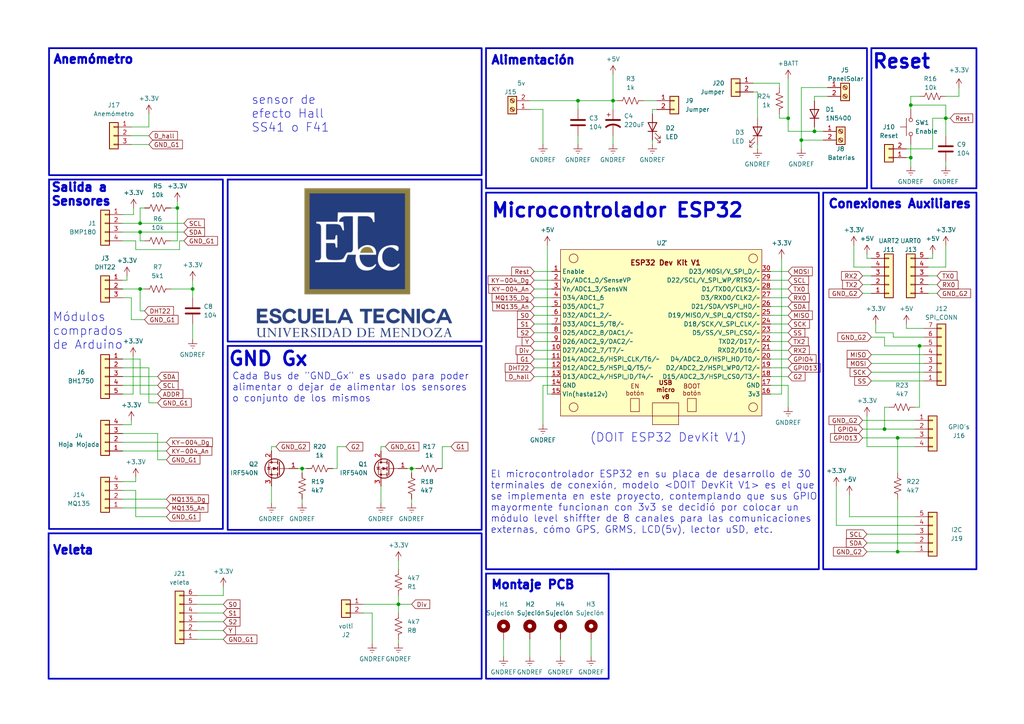
<source format=kicad_sch>
(kicad_sch (version 20231120) (generator "eeschema") (generator_version "8.0")
  (paper "A4")
  (title_block (title "Main Board EME (Estación Meteorológica Estática)") (date "2024-06-17") (rev "2.0") (company "ETec UM (Escuela Técnica de la Universidad de Mendoza).") (comment 1 "Agregado del manejo independiente de alimentaciones, según bloques de sensores.") (comment 2 "Codificador 74HC251 (no el LS ya que ese es TTL) para veleta y ahorrar pines.") (comment 3 "DOIT ESP32 DevKit V1, con regulador AMS1117 3.3 hasta 1A.") (comment 4 "Asegurar huella necesaria para el potenciometro del coomparador para el sensor SS41."))
  (junction (at 228.6 34.29))
  (junction (at 232.41 40.64))
  (junction (at 264.16 30.48))
  (junction (at 264.16 45.72))
  (junction (at 55.88 83.82))
  (junction (at 256.54 124.46))
  (junction (at 87.63 135.89))
  (junction (at 115.57 175.26))
  (junction (at 266.7 100.33))
  (junction (at 119.38 135.89))
  (junction (at 167.64 29.21))
  (junction (at 40.64 83.82))
  (junction (at 177.8 29.21))
  (junction (at 236.22 38.1))
  (junction (at 51.435 60.325))
  (junction (at 40.64 64.77))
  (junction (at 260.35 127))
  (junction (at 40.64 67.31))
  (junction (at 260.35 160.02))
  (junction (at 274.32 34.29))
  (wire (pts (xy 43.18 33.02) (xy 43.18 36.83)))
  (wire (pts (xy 35.56 111.76) (xy 45.72 111.76)))
  (wire (pts (xy 251.46 129.54) (xy 265.43 129.54)))
  (wire (pts (xy 57.15 182.88) (xy 64.77 182.88)))
  (wire (pts (xy 36.83 81.28) (xy 35.56 81.28)))
  (wire (pts (xy 260.35 160.02) (xy 265.43 160.02)))
  (wire (pts (xy 43.18 116.84) (xy 45.72 116.84)))
  (wire (pts (xy 115.57 175.26) (xy 115.57 177.8)))
  (wire (pts (xy 52.07 72.39) (xy 52.07 69.85)))
  (wire (pts (xy 51.435 69.85) (xy 51.435 60.325)))
  (wire (pts (xy 57.15 185.42) (xy 64.77 185.42)))
  (wire (pts (xy 41.91 60.325) (xy 40.64 60.325)))
  (wire (pts (xy 252.73 110.49) (xy 267.97 110.49)))
  (wire (pts (xy 242.57 140.97) (xy 242.57 152.4)))
  (wire (pts (xy 40.64 64.77) (xy 53.34 64.77)))
  (wire (pts (xy 236.22 29.21) (xy 236.22 27.94)))
  (wire (pts (xy 274.32 46.99) (xy 274.32 48.26)))
  (wire (pts (xy 232.41 40.64) (xy 232.41 43.18)))
  (wire (pts (xy 160.02 99.06) (xy 154.94 99.06)))
  (wire (pts (xy 40.64 104.14) (xy 40.64 114.3)))
  (wire (pts (xy 177.8 39.37) (xy 177.8 41.91)))
  (wire (pts (xy 105.41 175.26) (xy 115.57 175.26)))
  (wire (pts (xy 246.38 143.51) (xy 246.38 149.86)))
  (wire (pts (xy 223.52 81.28) (xy 228.6 81.28)))
  (wire (pts (xy 55.88 83.82) (xy 55.88 86.36)))
  (wire (pts (xy 226.06 24.13) (xy 226.06 25.4)))
  (wire (pts (xy 35.56 69.85) (xy 39.37 69.85)))
  (wire (pts (xy 250.19 124.46) (xy 256.54 124.46)))
  (wire (pts (xy 264.16 30.48) (xy 274.32 30.48)))
  (wire (pts (xy 115.57 185.42) (xy 115.57 186.69)))
  (wire (pts (xy 41.91 69.85) (xy 40.64 69.85)))
  (wire (pts (xy 128.27 129.54) (xy 130.81 129.54)))
  (wire (pts (xy 232.41 25.4) (xy 240.03 25.4)))
  (wire (pts (xy 262.89 95.25) (xy 267.97 95.25)))
  (wire (pts (xy 228.6 22.86) (xy 228.6 34.29)))
  (wire (pts (xy 128.27 129.54) (xy 128.27 135.89)))
  (wire (pts (xy 223.52 101.6) (xy 228.6 101.6)))
  (wire (pts (xy 35.56 125.73) (xy 45.72 125.73)))
  (wire (pts (xy 154.94 101.6) (xy 160.02 101.6)))
  (wire (pts (xy 154.94 106.68) (xy 160.02 106.68)))
  (wire (pts (xy 259.08 96.52) (xy 259.08 97.79)))
  (wire (pts (xy 157.48 111.76) (xy 157.48 123.19)))
  (wire (pts (xy 177.8 31.75) (xy 177.8 29.21)))
  (wire (pts (xy 57.15 177.8) (xy 64.77 177.8)))
  (wire (pts (xy 223.52 93.98) (xy 228.6 93.98)))
  (wire (pts (xy 274.32 27.94) (xy 278.13 27.94)))
  (wire (pts (xy 40.64 60.325) (xy 40.64 64.77)))
  (wire (pts (xy 119.38 135.89) (xy 120.65 135.89)))
  (wire (pts (xy 250.19 121.92) (xy 265.43 121.92)))
  (wire (pts (xy 177.8 29.21) (xy 179.07 29.21)))
  (wire (pts (xy 115.57 175.26) (xy 119.38 175.26)))
  (wire (pts (xy 223.52 88.9) (xy 228.6 88.9)))
  (wire (pts (xy 154.94 81.28) (xy 160.02 81.28)))
  (wire (pts (xy 39.37 149.86) (xy 39.37 142.24)))
  (wire (pts (xy 111.76 129.54) (xy 110.49 129.54)))
  (wire (pts (xy 228.6 38.1) (xy 236.22 38.1)))
  (wire (pts (xy 57.15 172.72) (xy 64.77 172.72)))
  (wire (pts (xy 190.5 31.75) (xy 189.23 31.75)))
  (wire (pts (xy 223.52 78.74) (xy 228.6 78.74)))
  (wire (pts (xy 39.37 72.39) (xy 52.07 72.39)))
  (wire (pts (xy 35.56 123.19) (xy 38.1 123.19)))
  (wire (pts (xy 153.67 185.42) (xy 153.67 190.5)))
  (wire (pts (xy 38.1 41.91) (xy 43.18 41.91)))
  (wire (pts (xy 186.69 29.21) (xy 190.5 29.21)))
  (wire (pts (xy 157.48 31.75) (xy 157.48 41.91)))
  (wire (pts (xy 223.52 109.22) (xy 228.6 109.22)))
  (wire (pts (xy 232.41 40.64) (xy 238.76 40.64)))
  (wire (pts (xy 252.73 102.87) (xy 267.97 102.87)))
  (wire (pts (xy 223.52 106.68) (xy 228.6 106.68)))
  (wire (pts (xy 119.38 135.89) (xy 119.38 137.16)))
  (wire (pts (xy 64.77 170.18) (xy 64.77 172.72)))
  (wire (pts (xy 160.02 91.44) (xy 154.94 91.44)))
  (wire (pts (xy 118.11 135.89) (xy 119.38 135.89)))
  (wire (pts (xy 171.45 185.42) (xy 171.45 190.5)))
  (wire (pts (xy 232.41 25.4) (xy 232.41 40.64)))
  (wire (pts (xy 262.89 93.98) (xy 262.89 95.25)))
  (wire (pts (xy 157.48 111.76) (xy 160.02 111.76)))
  (wire (pts (xy 35.56 64.77) (xy 40.64 64.77)))
  (wire (pts (xy 251.46 154.94) (xy 265.43 154.94)))
  (wire (pts (xy 87.63 135.89) (xy 87.63 137.16)))
  (wire (pts (xy 189.23 40.64) (xy 189.23 41.91)))
  (wire (pts (xy 219.71 41.91) (xy 219.71 43.18)))
  (wire (pts (xy 228.6 111.76) (xy 228.6 118.11)))
  (wire (pts (xy 264.16 27.94) (xy 264.16 30.48)))
  (wire (pts (xy 167.64 39.37) (xy 167.64 41.91)))
  (wire (pts (xy 160.02 96.52) (xy 154.94 96.52)))
  (wire (pts (xy 264.16 45.72) (xy 262.89 45.72)))
  (wire (pts (xy 226.695 114.3) (xy 223.52 114.3)))
  (wire (pts (xy 271.78 85.09) (xy 269.24 85.09)))
  (wire (pts (xy 41.91 83.82) (xy 40.64 83.82)))
  (wire (pts (xy 274.32 77.47) (xy 269.24 77.47)))
  (wire (pts (xy 35.56 106.68) (xy 43.18 106.68)))
  (wire (pts (xy 35.56 128.27) (xy 48.26 128.27)))
  (wire (pts (xy 43.18 36.83) (xy 38.1 36.83)))
  (wire (pts (xy 265.43 118.11) (xy 266.7 118.11)))
  (wire (pts (xy 177.8 29.21) (xy 167.64 29.21)))
  (wire (pts (xy 40.64 67.31) (xy 53.34 67.31)))
  (wire (pts (xy 223.52 96.52) (xy 228.6 96.52)))
  (wire (pts (xy 278.13 25.4) (xy 278.13 27.94)))
  (wire (pts (xy 52.07 69.85) (xy 53.34 69.85)))
  (wire (pts (xy 40.64 69.85) (xy 40.64 67.31)))
  (wire (pts (xy 246.38 149.86) (xy 265.43 149.86)))
  (wire (pts (xy 35.56 109.22) (xy 45.72 109.22)))
  (wire (pts (xy 57.15 175.26) (xy 64.77 175.26)))
  (wire (pts (xy 223.52 91.44) (xy 228.6 91.44)))
  (wire (pts (xy 78.74 129.54) (xy 78.74 130.81)))
  (wire (pts (xy 49.53 83.82) (xy 55.88 83.82)))
  (wire (pts (xy 228.6 38.1) (xy 228.6 34.29)))
  (wire (pts (xy 266.7 100.33) (xy 266.7 118.11)))
  (wire (pts (xy 43.18 106.68) (xy 43.18 116.84)))
  (wire (pts (xy 57.15 180.34) (xy 64.77 180.34)))
  (wire (pts (xy 250.19 85.09) (xy 252.73 85.09)))
  (wire (pts (xy 35.56 83.82) (xy 40.64 83.82)))
  (wire (pts (xy 154.94 88.9) (xy 160.02 88.9)))
  (wire (pts (xy 40.64 90.17) (xy 41.91 90.17)))
  (wire (pts (xy 251.46 73.66) (xy 251.46 74.93)))
  (wire (pts (xy 40.64 83.82) (xy 40.64 90.17)))
  (wire (pts (xy 45.72 125.73) (xy 45.72 133.35)))
  (wire (pts (xy 154.94 104.14) (xy 160.02 104.14)))
  (wire (pts (xy 38.735 60.325) (xy 38.735 62.23)))
  (wire (pts (xy 45.72 133.35) (xy 48.26 133.35)))
  (wire (pts (xy 223.52 83.82) (xy 228.6 83.82)))
  (wire (pts (xy 154.94 78.74) (xy 160.02 78.74)))
  (wire (pts (xy 260.35 144.78) (xy 260.35 160.02)))
  (wire (pts (xy 35.56 86.36) (xy 38.1 86.36)))
  (wire (pts (xy 97.79 135.89) (xy 96.52 135.89)))
  (wire (pts (xy 270.51 43.18) (xy 270.51 34.29)))
  (wire (pts (xy 247.65 77.47) (xy 252.73 77.47)))
  (wire (pts (xy 38.1 121.92) (xy 38.1 123.19)))
  (wire (pts (xy 274.32 30.48) (xy 274.32 34.29)))
  (wire (pts (xy 256.54 124.46) (xy 265.43 124.46)))
  (wire (pts (xy 35.56 67.31) (xy 40.64 67.31)))
  (wire (pts (xy 250.19 82.55) (xy 252.73 82.55)))
  (wire (pts (xy 260.35 127) (xy 260.35 137.16)))
  (wire (pts (xy 39.37 138.43) (xy 39.37 139.7)))
  (wire (pts (xy 274.32 71.12) (xy 274.32 77.47)))
  (wire (pts (xy 35.56 104.14) (xy 40.64 104.14)))
  (wire (pts (xy 264.16 31.75) (xy 264.16 30.48)))
  (wire (pts (xy 41.91 92.71) (xy 38.1 92.71)))
  (wire (pts (xy 154.94 83.82) (xy 160.02 83.82)))
  (wire (pts (xy 110.49 140.97) (xy 110.49 146.05)))
  (wire (pts (xy 97.79 129.54) (xy 97.79 135.89)))
  (wire (pts (xy 189.23 31.75) (xy 189.23 33.02)))
  (wire (pts (xy 262.89 43.18) (xy 270.51 43.18)))
  (wire (pts (xy 49.53 69.85) (xy 51.435 69.85)))
  (wire (pts (xy 270.51 34.29) (xy 274.32 34.29)))
  (wire (pts (xy 39.37 142.24) (xy 35.56 142.24)))
  (wire (pts (xy 36.83 80.01) (xy 36.83 81.28)))
  (wire (pts (xy 223.52 86.36) (xy 228.6 86.36)))
  (wire (pts (xy 35.56 144.78) (xy 48.26 144.78)))
  (wire (pts (xy 38.1 86.36) (xy 38.1 92.71)))
  (wire (pts (xy 38.608 103.378) (xy 38.608 114.3)))
  (wire (pts (xy 236.22 36.83) (xy 236.22 38.1)))
  (wire (pts (xy 219.71 26.67) (xy 219.71 34.29)))
  (wire (pts (xy 154.94 86.36) (xy 160.02 86.36)))
  (wire (pts (xy 223.52 99.06) (xy 228.6 99.06)))
  (wire (pts (xy 86.36 135.89) (xy 87.63 135.89)))
  (wire (pts (xy 107.95 177.8) (xy 107.95 186.69)))
  (wire (pts (xy 162.56 185.42) (xy 162.56 190.5)))
  (wire (pts (xy 228.6 111.76) (xy 223.52 111.76)))
  (wire (pts (xy 256.54 100.33) (xy 266.7 100.33)))
  (wire (pts (xy 251.46 157.48) (xy 265.43 157.48)))
  (wire (pts (xy 252.73 97.79) (xy 256.54 97.79)))
  (wire (pts (xy 218.44 24.13) (xy 226.06 24.13)))
  (wire (pts (xy 250.19 127) (xy 260.35 127)))
  (wire (pts (xy 167.64 29.21) (xy 167.64 31.75)))
  (wire (pts (xy 226.06 34.29) (xy 228.6 34.29)))
  (wire (pts (xy 271.78 80.01) (xy 269.24 80.01)))
  (wire (pts (xy 160.02 93.98) (xy 154.94 93.98)))
  (wire (pts (xy 270.51 73.66) (xy 270.51 74.93)))
  (wire (pts (xy 158.75 114.3) (xy 160.02 114.3)))
  (wire (pts (xy 271.78 82.55) (xy 269.24 82.55)))
  (wire (pts (xy 226.06 33.02) (xy 226.06 34.29)))
  (wire (pts (xy 236.22 27.94) (xy 240.03 27.94)))
  (wire (pts (xy 153.67 29.21) (xy 167.64 29.21)))
  (wire (pts (xy 100.33 129.54) (xy 97.79 129.54)))
  (wire (pts (xy 35.56 114.3) (xy 38.608 114.3)))
  (wire (pts (xy 256.54 97.79) (xy 256.54 100.33)))
  (wire (pts (xy 226.695 74.93) (xy 226.695 114.3)))
  (wire (pts (xy 35.56 130.81) (xy 48.26 130.81)))
  (wire (pts (xy 264.16 41.91) (xy 264.16 45.72)))
  (wire (pts (xy 266.7 100.33) (xy 267.97 100.33)))
  (wire (pts (xy 39.37 69.85) (xy 39.37 72.39)))
  (wire (pts (xy 105.41 177.8) (xy 107.95 177.8)))
  (wire (pts (xy 78.74 140.97) (xy 78.74 146.05)))
  (wire (pts (xy 38.735 62.23) (xy 35.56 62.23)))
  (wire (pts (xy 115.57 162.56) (xy 115.57 165.1)))
  (wire (pts (xy 55.88 93.98) (xy 55.88 98.425)))
  (wire (pts (xy 260.35 127) (xy 265.43 127)))
  (wire (pts (xy 257.81 118.11) (xy 256.54 118.11)))
  (wire (pts (xy 254 96.52) (xy 259.08 96.52)))
  (wire (pts (xy 264.16 45.72) (xy 264.16 48.26)))
  (wire (pts (xy 110.49 129.54) (xy 110.49 130.81)))
  (wire (pts (xy 236.22 38.1) (xy 238.76 38.1)))
  (wire (pts (xy 48.26 149.86) (xy 39.37 149.86)))
  (wire (pts (xy 242.57 152.4) (xy 265.43 152.4)))
  (wire (pts (xy 80.01 129.54) (xy 78.74 129.54)))
  (wire (pts (xy 247.65 71.12) (xy 247.65 77.47)))
  (wire (pts (xy 55.88 81.28) (xy 55.88 83.82)))
  (wire (pts (xy 251.46 120.65) (xy 251.46 129.54)))
  (wire (pts (xy 252.73 107.95) (xy 267.97 107.95)))
  (wire (pts (xy 259.08 97.79) (xy 267.97 97.79)))
  (wire (pts (xy 270.51 74.93) (xy 269.24 74.93)))
  (wire (pts (xy 35.56 147.32) (xy 48.26 147.32)))
  (wire (pts (xy 251.46 74.93) (xy 252.73 74.93)))
  (wire (pts (xy 252.73 105.41) (xy 267.97 105.41)))
  (wire (pts (xy 153.67 31.75) (xy 157.48 31.75)))
  (wire (pts (xy 146.05 185.42) (xy 146.05 190.5)))
  (wire (pts (xy 115.57 172.72) (xy 115.57 175.26)))
  (wire (pts (xy 223.52 104.14) (xy 228.6 104.14)))
  (wire (pts (xy 38.1 39.37) (xy 43.18 39.37)))
  (wire (pts (xy 218.44 26.67) (xy 219.71 26.67)))
  (wire (pts (xy 119.38 144.78) (xy 119.38 146.05)))
  (wire (pts (xy 39.37 139.7) (xy 35.56 139.7)))
  (wire (pts (xy 158.75 71.12) (xy 158.75 114.3)))
  (wire (pts (xy 177.8 21.59) (xy 177.8 29.21)))
  (wire (pts (xy 254 93.98) (xy 254 96.52)))
  (wire (pts (xy 274.32 34.29) (xy 275.59 34.29)))
  (wire (pts (xy 256.54 118.11) (xy 256.54 124.46)))
  (wire (pts (xy 266.7 27.94) (xy 264.16 27.94)))
  (wire (pts (xy 154.94 109.22) (xy 160.02 109.22)))
  (wire (pts (xy 87.63 135.89) (xy 88.9 135.89)))
  (wire (pts (xy 40.64 114.3) (xy 45.72 114.3)))
  (wire (pts (xy 49.53 60.325) (xy 51.435 60.325)))
  (wire (pts (xy 87.63 144.78) (xy 87.63 146.05)))
  (wire (pts (xy 250.19 80.01) (xy 252.73 80.01)))
  (wire (pts (xy 51.435 58.42) (xy 51.435 60.325)))
  (wire (pts (xy 251.46 160.02) (xy 260.35 160.02)))
  (wire (pts (xy 274.32 34.29) (xy 274.32 39.37)))
  (rectangle (start 66.04 100.33) (end 139.7 153.67) (stroke (width 0.5)))
  (rectangle (start 14.224 52.07) (end 64.643 153.416) (stroke (width 0.5)))
  (rectangle (start 14.224 13.97) (end 139.7 50.8) (stroke (width 0.5)))
  (rectangle (start 140.97 166.37) (end 176.53 196.85) (stroke (width 0.5)))
  (rectangle (start 238.76 55.88) (end 283.21 165.1) (stroke (width 0.5)))
  (rectangle (start 252.73 13.97) (end 283.21 54.61) (stroke (width 0.5)))
  (rectangle (start 140.97 13.97) (end 251.46 54.61) (stroke (width 0.5)))
  (rectangle (start 66.04 52.07) (end 139.7 99.06) (stroke (width 0.5)))
  (rectangle (start 140.97 55.88) (end 237.49 165.1) (stroke (width 0.5)))
  (rectangle (start 14.097 154.686) (end 139.7 196.85) (stroke (width 0.5)))
  (image (at 102.87 76.2) (scale 0.373706))
  (text "Salida a\nSensores\n\n" (at 14.732 64.008 0) (effects (font (size 2.5 2.5) (thickness 0.8) (bold yes)) (justify left bottom)))
  (text "GND Gx\n\n" (at 66.04 113.03 0) (effects (font (size 4 4) (thickness 0.8) (bold yes)) (justify left bottom)))
  (text "Anemómetro\n\n" (at 15.24 22.86 0) (effects (font (size 2.5 2.5) (thickness 0.8) (bold yes)) (justify left bottom)))
  (text "Cada Bus de \"GND_Gx\" es usado para poder \nalimentar o dejar de alimentar los sensores \no conjunto de los mismos\n" (at 67.31 116.84 0) (effects (font (size 2 2)) (justify left bottom)))
  (text "sensor de\nefecto Hall\nSS41 o F41\n" (at 72.898 38.608 0) (effects (font (size 2.5 2.5)) (justify left bottom)))
  (text "El microcontrolador ESP32 en su placa de desarrollo de 30\nterminales de conexión, modelo <DOIT DevKit V1> es el que\nse implementa en este proyecto, contemplando que sus GPIO\nmayormente funcionan con 3v3 se decidió por colocar un \nmódulo level shiffter de 8 canales para las comunicaciones\nexternas, cómo GPS, GRMS, LCD(5v), lector uSD, etc.\n" (at 142.24 154.94 0) (effects (font (size 2 2)) (justify left bottom)))
  (text "Microcontrolador ESP32\n" (at 142.24 63.5 0) (effects (font (size 4 4) (thickness 0.8) (bold yes)) (justify left bottom)))
  (text "Veleta\n" (at 15.113 161.163 0) (effects (font (size 2.5 2.5) (thickness 0.8) (bold yes)) (justify left bottom)))
  (text "Módulos\ncomprados\nde Arduino\n" (at 15.24 101.6 0) (effects (font (size 2.5 2.5)) (justify left bottom)))
  (text "Reset\n" (at 252.73 20.32 0) (effects (font (size 4 4) (thickness 0.8) (bold yes)) (justify left bottom)))
  (text "Alimentación" (at 142.24 19.05 0) (effects (font (size 2.5 2.5) (thickness 0.8) (bold yes)) (justify left bottom)))
  (text "Montaje PCB\n\n" (at 142.24 175.26 0) (effects (font (size 2.5 2.5) (thickness 0.8) (bold yes)) (justify left bottom)))
  (text "(DOIT ESP32 DevKit V1)" (at 171.069 128.524 0) (effects (font (size 2.5 2.5)) (justify left bottom)))
  (text "Conexiones Auxiliares\n\n" (at 240.03 64.77 0) (effects (font (size 2.5 2.5) (thickness 0.8) (bold yes)) (justify left bottom)))
  (global_label "SCL" (shape input) (at 45.72 111.76 0) (property "Intersheetrefs" "${INTERSHEET_REFS}" (effects (hide yes))))
  (global_label "GND_G1" (shape input) (at 45.72 116.84 0) (property "Intersheetrefs" "${INTERSHEET_REFS}" (effects (hide yes))))
  (global_label "SCL" (shape input) (at 53.34 64.77 0) (property "Intersheetrefs" "${INTERSHEET_REFS}" (effects (hide yes))))
  (global_label "MQ135_An" (shape input) (at 154.94 88.9 180) (property "Intersheetrefs" "${INTERSHEET_REFS}" (effects (hide yes))))
  (global_label "Rest" (shape input) (at 275.59 34.29 0) (property "Intersheetrefs" "${INTERSHEET_REFS}" (effects (hide yes))))
  (global_label "SDA" (shape input) (at 228.6 88.9 0) (property "Intersheetrefs" "${INTERSHEET_REFS}" (effects (hide yes))))
  (global_label "Y" (shape input) (at 64.77 182.88 0) (property "Intersheetrefs" "${INTERSHEET_REFS}" (effects (hide yes))))
  (global_label "GND_G1" (shape input) (at 43.18 41.91 0) (property "Intersheetrefs" "${INTERSHEET_REFS}" (effects (hide yes))))
  (global_label "S2" (shape input) (at 64.77 180.34 0) (property "Intersheetrefs" "${INTERSHEET_REFS}" (effects (hide yes))))
  (global_label "GND_G1" (shape input) (at 53.34 69.85 0) (property "Intersheetrefs" "${INTERSHEET_REFS}" (effects (hide yes))))
  (global_label "MISO" (shape input) (at 252.73 102.87 180) (property "Intersheetrefs" "${INTERSHEET_REFS}" (effects (hide yes))))
  (global_label "DHT22" (shape input) (at 41.91 90.17 0) (property "Intersheetrefs" "${INTERSHEET_REFS}" (effects (hide yes))))
  (global_label "SCK" (shape input) (at 252.73 107.95 180) (property "Intersheetrefs" "${INTERSHEET_REFS}" (effects (hide yes))))
  (global_label "MOSI" (shape input) (at 252.73 105.41 180) (property "Intersheetrefs" "${INTERSHEET_REFS}" (effects (hide yes))))
  (global_label "GND_G1" (shape input) (at 48.26 133.35 0) (property "Intersheetrefs" "${INTERSHEET_REFS}" (effects (hide yes))))
  (global_label "SCL" (shape input) (at 228.6 81.28 0) (property "Intersheetrefs" "${INTERSHEET_REFS}" (effects (hide yes))))
  (global_label "RX0" (shape input) (at 271.78 82.55 0) (property "Intersheetrefs" "${INTERSHEET_REFS}" (effects (hide yes))))
  (global_label "D_hall" (shape input) (at 43.18 39.37 0) (property "Intersheetrefs" "${INTERSHEET_REFS}" (effects (hide yes))))
  (global_label "GND_G1" (shape input) (at 41.91 92.71 0) (property "Intersheetrefs" "${INTERSHEET_REFS}" (effects (hide yes))))
  (global_label "SDA" (shape input) (at 45.72 109.22 0) (property "Intersheetrefs" "${INTERSHEET_REFS}" (effects (hide yes))))
  (global_label "G2" (shape input) (at 100.33 129.54 0) (property "Intersheetrefs" "${INTERSHEET_REFS}" (effects (hide yes))))
  (global_label "Y" (shape input) (at 154.94 99.06 180) (property "Intersheetrefs" "${INTERSHEET_REFS}" (effects (hide yes))))
  (global_label "MQ135_Dg" (shape input) (at 48.26 144.78 0) (property "Intersheetrefs" "${INTERSHEET_REFS}" (effects (hide yes))))
  (global_label "GND_G2" (shape input) (at 80.01 129.54 0) (property "Intersheetrefs" "${INTERSHEET_REFS}" (effects (hide yes))))
  (global_label "D_hall" (shape input) (at 154.94 109.22 180) (property "Intersheetrefs" "${INTERSHEET_REFS}" (effects (hide yes))))
  (global_label "G1" (shape input) (at 130.81 129.54 0) (property "Intersheetrefs" "${INTERSHEET_REFS}" (effects (hide yes))))
  (global_label "Div" (shape input) (at 154.94 101.6 180) (property "Intersheetrefs" "${INTERSHEET_REFS}" (effects (hide yes))))
  (global_label "GPIO13" (shape input) (at 228.6 106.68 0) (property "Intersheetrefs" "${INTERSHEET_REFS}" (effects (hide yes))))
  (global_label "GND_G2" (shape input) (at 251.46 160.02 180) (property "Intersheetrefs" "${INTERSHEET_REFS}" (effects (hide yes))))
  (global_label "S1" (shape input) (at 64.77 177.8 0) (property "Intersheetrefs" "${INTERSHEET_REFS}" (effects (hide yes))))
  (global_label "GND_G1" (shape input) (at 64.77 185.42 0) (property "Intersheetrefs" "${INTERSHEET_REFS}" (effects (hide yes))))
  (global_label "RX2" (shape input) (at 228.6 101.6 0) (property "Intersheetrefs" "${INTERSHEET_REFS}" (effects (hide yes))))
  (global_label "MOSI" (shape input) (at 228.6 78.74 0) (property "Intersheetrefs" "${INTERSHEET_REFS}" (effects (hide yes))))
  (global_label "SS" (shape input) (at 252.73 110.49 180) (property "Intersheetrefs" "${INTERSHEET_REFS}" (effects (hide yes))))
  (global_label "RX0" (shape input) (at 228.6 86.36 0) (property "Intersheetrefs" "${INTERSHEET_REFS}" (effects (hide yes))))
  (global_label "Rest" (shape input) (at 154.94 78.74 180) (property "Intersheetrefs" "${INTERSHEET_REFS}" (effects (hide yes))))
  (global_label "G1" (shape input) (at 154.94 104.14 180) (property "Intersheetrefs" "${INTERSHEET_REFS}" (effects (hide yes))))
  (global_label "MQ135_An" (shape input) (at 48.26 147.32 0) (property "Intersheetrefs" "${INTERSHEET_REFS}" (effects (hide yes))))
  (global_label "S0" (shape input) (at 64.77 175.26 0) (property "Intersheetrefs" "${INTERSHEET_REFS}" (effects (hide yes))))
  (global_label "KY-004_An" (shape input) (at 154.94 83.82 180) (property "Intersheetrefs" "${INTERSHEET_REFS}" (effects (hide yes))))
  (global_label "MISO" (shape input) (at 228.6 91.44 0) (property "Intersheetrefs" "${INTERSHEET_REFS}" (effects (hide yes))))
  (global_label "TX2" (shape input) (at 250.19 82.55 180) (property "Intersheetrefs" "${INTERSHEET_REFS}" (effects (hide yes))))
  (global_label "TX0" (shape input) (at 271.78 80.01 0) (property "Intersheetrefs" "${INTERSHEET_REFS}" (effects (hide yes))))
  (global_label "GPIO4" (shape input) (at 228.6 104.14 0) (property "Intersheetrefs" "${INTERSHEET_REFS}" (effects (hide yes))))
  (global_label "G2" (shape input) (at 228.6 109.22 0) (property "Intersheetrefs" "${INTERSHEET_REFS}" (effects (hide yes))))
  (global_label "GND_G2" (shape input) (at 252.73 97.79 180) (property "Intersheetrefs" "${INTERSHEET_REFS}" (effects (hide yes))))
  (global_label "GND_G1" (shape input) (at 48.26 149.86 0) (property "Intersheetrefs" "${INTERSHEET_REFS}" (effects (hide yes))))
  (global_label "ADDR" (shape input) (at 45.72 114.3 0) (property "Intersheetrefs" "${INTERSHEET_REFS}" (effects (hide yes))))
  (global_label "GPIO4" (shape input) (at 250.19 124.46 180) (property "Intersheetrefs" "${INTERSHEET_REFS}" (effects (hide yes))))
  (global_label "GND_G1" (shape input) (at 111.76 129.54 0) (property "Intersheetrefs" "${INTERSHEET_REFS}" (effects (hide yes))))
  (global_label "GND_G2" (shape input) (at 271.78 85.09 0) (property "Intersheetrefs" "${INTERSHEET_REFS}" (effects (hide yes))))
  (global_label "GPIO13" (shape input) (at 250.19 127 180) (property "Intersheetrefs" "${INTERSHEET_REFS}" (effects (hide yes))))
  (global_label "RX2" (shape input) (at 250.19 80.01 180) (property "Intersheetrefs" "${INTERSHEET_REFS}" (effects (hide yes))))
  (global_label "SS" (shape input) (at 228.6 96.52 0) (property "Intersheetrefs" "${INTERSHEET_REFS}" (effects (hide yes))))
  (global_label "SDA" (shape input) (at 53.34 67.31 0) (property "Intersheetrefs" "${INTERSHEET_REFS}" (effects (hide yes))))
  (global_label "KY-004_Dg" (shape input) (at 48.26 128.27 0) (property "Intersheetrefs" "${INTERSHEET_REFS}" (effects (hide yes))))
  (global_label "SCL" (shape input) (at 251.46 154.94 180) (property "Intersheetrefs" "${INTERSHEET_REFS}" (effects (hide yes))))
  (global_label "TX0" (shape input) (at 228.6 83.82 0) (property "Intersheetrefs" "${INTERSHEET_REFS}" (effects (hide yes))))
  (global_label "S2" (shape input) (at 154.94 96.52 180) (property "Intersheetrefs" "${INTERSHEET_REFS}" (effects (hide yes))))
  (global_label "TX2" (shape input) (at 228.6 99.06 0) (property "Intersheetrefs" "${INTERSHEET_REFS}" (effects (hide yes))))
  (global_label "GND_G2" (shape input) (at 250.19 85.09 180) (property "Intersheetrefs" "${INTERSHEET_REFS}" (effects (hide yes))))
  (global_label "KY-004_An" (shape input) (at 48.26 130.81 0) (property "Intersheetrefs" "${INTERSHEET_REFS}" (effects (hide yes))))
  (global_label "GND_G2" (shape input) (at 250.19 121.92 180) (property "Intersheetrefs" "${INTERSHEET_REFS}" (effects (hide yes))))
  (global_label "SCK" (shape input) (at 228.6 93.98 0) (property "Intersheetrefs" "${INTERSHEET_REFS}" (effects (hide yes))))
  (global_label "MQ135_Dg" (shape input) (at 154.94 86.36 180) (property "Intersheetrefs" "${INTERSHEET_REFS}" (effects (hide yes))))
  (global_label "S1" (shape input) (at 154.94 93.98 180) (property "Intersheetrefs" "${INTERSHEET_REFS}" (effects (hide yes))))
  (global_label "S0" (shape input) (at 154.94 91.44 180) (property "Intersheetrefs" "${INTERSHEET_REFS}" (effects (hide yes))))
  (global_label "Div" (shape input) (at 119.38 175.26 0) (property "Intersheetrefs" "${INTERSHEET_REFS}" (effects (hide yes))))
  (global_label "SDA" (shape input) (at 251.46 157.48 180) (property "Intersheetrefs" "${INTERSHEET_REFS}" (effects (hide yes))))
  (global_label "DHT22" (shape input) (at 154.94 106.68 180) (property "Intersheetrefs" "${INTERSHEET_REFS}" (effects (hide yes))))
  (global_label "KY-004_Dg" (shape input) (at 154.94 81.28 180) (property "Intersheetrefs" "${INTERSHEET_REFS}" (effects (hide yes))))
  (symbol (lib_id "Connector_Generic:Conn_01x04") (at 30.48 128.27 180) (unit 1)
    (property "Reference" "J4" (at 22.86 126.365 0))
    (property "Value" "Hoja Mojada" (at 22.86 128.905 0))
    (property "Footprint" "Connector_PinHeader_2.54mm:PinHeader_1x04_P2.54mm_Vertical" (effects (hide yes)))
  )
  (symbol (lib_id "Transistor_FET:IRF540N") (at 113.03 135.89 0) (mirror y) (unit 1)
    (property "Reference" "Q1" (at 106.68 134.62 0) (effects (justify left)))
    (property "Value" "IRF540N" (at 106.68 137.16 0) (effects (justify left)))
    (property "Footprint" "Package_TO_SOT_THT:TO-220-3_Vertical" (effects (hide yes)))
    (property "Datasheet" "http://www.irf.com/product-info/datasheets/data/irf540n.pdf" (effects (hide yes)))
  )
  (symbol (lib_id "Connector_Generic:Conn_01x07") (at 273.05 102.87 0) (mirror x) (unit 1)
    (property "Reference" "J12" (at 273.05 89.535 0))
    (property "Value" "SPI_CONN" (at 273.05 92.075 0))
    (property "Footprint" "Connector_PinHeader_2.54mm:PinHeader_1x07_P2.54mm_Vertical" (effects (hide yes)))
  )
  (symbol (lib_id "power:GNDREF") (at 153.67 190.5 0) (unit 1)
    (property "Reference" "#PWR060" (effects (hide yes)))
    (property "Value" "GNDREF" (at 153.67 194.945 0))
  )
  (symbol (lib_id "power:GNDREF") (at 157.48 41.91 0) (unit 1)
    (property "Reference" "#PWR08" (effects (hide yes)))
    (property "Value" "GNDREF" (at 157.48 46.355 0))
  )
  (symbol (lib_id "power:+5V") (at 177.8 21.59 0) (unit 1)
    (property "Reference" "#PWR03" (effects (hide yes)))
    (property "Value" "+5V" (at 177.8 17.145 0))
  )
  (symbol (lib_id "power:GNDREF") (at 162.56 190.5 0) (unit 1)
    (property "Reference" "#PWR025" (effects (hide yes)))
    (property "Value" "GNDREF" (at 162.56 194.945 0))
  )
  (symbol (lib_id "Device:C") (at 274.32 43.18 0) (unit 1)
    (property "Reference" "C9" (at 277.495 41.91 0) (effects (justify left)))
    (property "Value" "104" (at 277.495 44.45 0) (effects (justify left)))
    (property "Footprint" "Capacitor_THT:C_Disc_D4.3mm_W1.9mm_P5.00mm" (effects (hide yes)))
  )
  (symbol (lib_id "power:GNDREF") (at 110.49 146.05 0) (unit 1)
    (property "Reference" "#PWR064" (effects (hide yes)))
    (property "Value" "GNDREF" (at 110.49 150.495 0))
  )
  (symbol (lib_id "Connector_Generic:Conn_01x05") (at 270.51 154.94 0) (mirror x) (unit 1)
    (property "Reference" "J19" (at 277.495 156.21 0))
    (property "Value" "I2C" (at 277.495 153.67 0))
    (property "Footprint" "Connector_PinHeader_2.54mm:PinHeader_1x05_P2.54mm_Vertical" (effects (hide yes)))
  )
  (symbol (lib_id "power:GNDREF") (at 146.05 190.5 0) (unit 1)
    (property "Reference" "#PWR061" (effects (hide yes)))
    (property "Value" "GNDREF" (at 146.05 194.945 0))
  )
  (symbol (lib_id "power:GNDREF") (at 228.6 118.11 0) (mirror y) (unit 1)
    (property "Reference" "#PWR036" (effects (hide yes)))
    (property "Value" "GNDREF" (at 228.6 122.555 0))
  )
  (symbol (lib_id "power:GNDREF") (at 171.45 190.5 0) (unit 1)
    (property "Reference" "#PWR059" (effects (hide yes)))
    (property "Value" "GNDREF" (at 171.45 194.945 0))
  )
  (symbol (lib_id "Device:R_US") (at 119.38 140.97 180) (unit 1)
    (property "Reference" "R18" (at 121.92 139.7 0) (effects (justify right)))
    (property "Value" "4k7" (at 121.92 142.24 0) (effects (justify right)))
    (property "Footprint" "Resistor_THT:R_Axial_DIN0207_L6.3mm_D2.5mm_P10.16mm_Horizontal" (effects (hide yes)))
  )
  (symbol (lib_id "power:+5V") (at 158.75 71.12 0) (unit 1)
    (property "Reference" "#PWR035" (effects (hide yes)))
    (property "Value" "+5V" (at 158.75 66.675 0))
  )
  (symbol (lib_id "power:+BATT") (at 228.6 22.86 0) (mirror y) (unit 1)
    (property "Reference" "#PWR02" (effects (hide yes)))
    (property "Value" "+BATT" (at 228.6 18.415 0))
  )
  (symbol (lib_id "power:+3.3V") (at 38.735 60.325 0) (unit 1)
    (property "Reference" "#PWR055" (effects (hide yes)))
    (property "Value" "+3.3V" (at 38.735 55.88 0))
  )
  (symbol (lib_id "power:GNDREF") (at 55.88 98.425 0) (unit 1)
    (property "Reference" "#PWR032" (effects (hide yes)))
    (property "Value" "GNDREF" (at 55.88 102.87 0))
  )
  (symbol (lib_id "Device:C_Polarized_US") (at 177.8 35.56 0) (unit 1)
    (property "Reference" "C4" (at 180.975 33.655 0) (effects (justify left)))
    (property "Value" "220uF" (at 180.975 36.195 0) (effects (justify left)))
    (property "Footprint" "Capacitor_THT:C_Radial_D8.0mm_H11.5mm_P3.50mm" (effects (hide yes)))
  )
  (symbol (lib_id "Mechanical:MountingHole_Pad_MP") (at 146.05 182.88 0) (unit 1)
    (property "Reference" "H1" (at 144.78 175.26 0) (effects (justify left)))
    (property "Value" "Sujeción" (at 140.97 177.8 0) (effects (justify left)))
    (property "Footprint" "MountingHole:MountingHole_3.2mm_M3_Pad_Via" (effects (hide yes)))
  )
  (symbol (lib_id "power:GNDREF") (at 177.8 41.91 0) (unit 1)
    (property "Reference" "#PWR07" (effects (hide yes)))
    (property "Value" "GNDREF" (at 177.8 46.355 0))
  )
  (symbol (lib_id "Connector_Generic:Conn_01x03") (at 30.48 83.82 0) (mirror y) (unit 1)
    (property "Reference" "J3" (at 30.48 74.93 0))
    (property "Value" "DHT22" (at 30.48 77.47 0))
    (property "Footprint" "Connector_PinHeader_2.54mm:PinHeader_1x03_P2.54mm_Vertical" (effects (hide yes)))
  )
  (symbol (lib_id "power:+3.3V") (at 274.32 71.12 0) (mirror y) (unit 1)
    (property "Reference" "#PWR014" (effects (hide yes)))
    (property "Value" "+3.3V" (at 274.32 66.675 0))
  )
  (symbol (lib_id "power:+3.3V") (at 247.65 71.12 0) (unit 1)
    (property "Reference" "#PWR011" (effects (hide yes)))
    (property "Value" "+3.3V" (at 247.65 66.675 0))
  )
  (symbol (lib_id "power:+3.3V") (at 43.18 33.02 0) (unit 1)
    (property "Reference" "#PWR027" (effects (hide yes)))
    (property "Value" "+3.3V" (at 43.18 28.575 0))
  )
  (symbol (lib_id "Connector:Screw_Terminal_01x02") (at 245.11 25.4 0) (unit 1)
    (property "Reference" "J5" (at 243.84 20.32 0) (effects (justify left)))
    (property "Value" "PanelSolar" (at 240.03 22.86 0) (effects (justify left)))
    (property "Footprint" "TerminalBlock_Phoenix:TerminalBlock_Phoenix_PT-1,5-2-5.0-H_1x02_P5.00mm_Horizontal" (effects (hide yes)))
  )
  (symbol (lib_id "power:+3.3V") (at 64.77 170.18 0) (unit 1)
    (property "Reference" "#PWR04" (effects (hide yes)))
    (property "Value" "+3.3V" (at 64.77 165.735 0))
  )
  (symbol (lib_id "power:+3.3V") (at 251.46 120.65 0) (unit 1)
    (property "Reference" "#PWR066" (effects (hide yes)))
    (property "Value" "+3.3V" (at 251.46 116.205 0))
  )
  (symbol (lib_id "power:+5V") (at 251.46 73.66 0) (unit 1)
    (property "Reference" "#PWR013" (effects (hide yes)))
    (property "Value" "+5V" (at 251.46 69.215 0))
  )
  (symbol (lib_id "Device:LED") (at 189.23 36.83 90) (unit 1)
    (property "Reference" "D2" (at 193.04 37.1475 90) (effects (justify right)))
    (property "Value" "LED" (at 193.04 39.6875 90) (effects (justify right)))
    (property "Footprint" "LED_THT:LED_D5.0mm_Clear" (effects (hide yes)))
  )
  (symbol (lib_id "Connector_Generic:Conn_01x06") (at 52.07 180.34 180) (unit 1)
    (property "Reference" "J21" (at 52.07 166.37 0))
    (property "Value" "veleta" (at 52.07 168.91 0))
    (property "Footprint" "Connector_PinHeader_2.54mm:PinHeader_1x06_P2.54mm_Vertical" (effects (hide yes)))
    (property "Description" "Generic connector, single row, 01x06, script generated (kicad-library-utils/schlib/autogen/connector/)" (effects (hide yes)))
  )
  (symbol (lib_id "Device:R_US") (at 261.62 118.11 270) (unit 1)
    (property "Reference" "R23" (at 261.62 111.76 90))
    (property "Value" "4k7" (at 261.62 114.3 90))
    (property "Footprint" "Resistor_THT:R_Axial_DIN0207_L6.3mm_D2.5mm_P10.16mm_Horizontal" (effects (hide yes)))
  )
  (symbol (lib_id "Mechanical:MountingHole_Pad_MP") (at 171.45 182.88 0) (mirror y) (unit 1)
    (property "Reference" "H3" (at 172.72 175.26 0) (effects (justify left)))
    (property "Value" "Sujeción" (at 175.26 177.8 0) (effects (justify left)))
    (property "Footprint" "MountingHole:MountingHole_3.2mm_M3_Pad_Via" (effects (hide yes)))
  )
  (symbol (lib_id "power:GNDREF") (at 107.95 186.69 0) (unit 1)
    (property "Reference" "#PWR010" (effects (hide yes)))
    (property "Value" "GNDREF" (at 107.95 191.135 0))
  )
  (symbol (lib_id "power:GNDREF") (at 157.48 123.19 0) (unit 1)
    (property "Reference" "#PWR034" (effects (hide yes)))
    (property "Value" "GNDREF" (at 157.48 127.635 0))
  )
  (symbol (lib_id "power:GNDREF") (at 167.64 41.91 0) (unit 1)
    (property "Reference" "#PWR06" (effects (hide yes)))
    (property "Value" "GNDREF" (at 167.64 46.355 0))
  )
  (symbol (lib_id "power:GNDREF") (at 87.63 146.05 0) (unit 1)
    (property "Reference" "#PWR068" (effects (hide yes)))
    (property "Value" "GNDREF" (at 87.63 150.495 0))
  )
  (symbol (lib_id "Connector_Generic:Conn_01x04") (at 30.48 64.77 0) (mirror y) (unit 1)
    (property "Reference" "J1" (at 27.94 64.77 0) (effects (justify left)))
    (property "Value" "BMP180" (at 27.94 67.31 0) (effects (justify left)))
    (property "Footprint" "Connector_PinHeader_2.54mm:PinHeader_1x04_P2.54mm_Vertical" (effects (hide yes)))
  )
  (symbol (lib_id "Connector_Generic:Conn_01x05") (at 257.81 80.01 0) (mirror x) (unit 1)
    (property "Reference" "J11" (at 257.81 72.39 0))
    (property "Value" "UART2" (at 257.81 69.85 0))
    (property "Footprint" "Connector_PinHeader_2.54mm:PinHeader_1x05_P2.54mm_Vertical" (effects (hide yes)))
  )
  (symbol (lib_id "EME:ESP32_DevKit_V1") (at 193.04 69.85 0) (unit 1)
    (property "Reference" "U2" (at 191.77 70.485 0))
    (property "Value" "~" (at 193.04 69.85 0))
    (property "Footprint" "Librerias:ESP32-DevKit_V1" (effects (hide yes)))
  )
  (symbol (lib_id "power:+3.3V") (at 39.37 138.43 0) (unit 1)
    (property "Reference" "#PWR045" (effects (hide yes)))
    (property "Value" "+3.3V" (at 39.37 133.985 0))
  )
  (symbol (lib_id "Mechanical:MountingHole_Pad_MP") (at 153.67 182.88 0) (unit 1)
    (property "Reference" "H2" (at 152.4 175.26 0) (effects (justify left)))
    (property "Value" "Sujeción" (at 149.86 177.8 0) (effects (justify left)))
    (property "Footprint" "MountingHole:MountingHole_3.2mm_M3_Pad_Via" (effects (hide yes)))
  )
  (symbol (lib_id "Device:R_US") (at 182.88 29.21 90) (unit 1)
    (property "Reference" "R3" (at 182.88 22.86 90))
    (property "Value" "1k" (at 182.88 25.4 90))
    (property "Footprint" "Resistor_THT:R_Axial_DIN0207_L6.3mm_D2.5mm_P10.16mm_Horizontal" (effects (hide yes)))
  )
  (symbol (lib_id "power:+3.3V") (at 55.88 81.28 0) (unit 1)
    (property "Reference" "#PWR033" (effects (hide yes)))
    (property "Value" "+3.3V" (at 55.88 76.835 0))
  )
  (symbol (lib_id "Device:C") (at 167.64 35.56 0) (unit 1)
    (property "Reference" "C3" (at 170.815 34.29 0) (effects (justify left)))
    (property "Value" "104" (at 170.815 36.83 0) (effects (justify left)))
    (property "Footprint" "Capacitor_THT:C_Disc_D4.3mm_W1.9mm_P5.00mm" (effects (hide yes)))
  )
  (symbol (lib_id "Device:R_US") (at 45.72 60.325 90) (unit 1)
    (property "Reference" "R5" (at 45.72 53.975 90))
    (property "Value" "10k" (at 45.72 56.515 90))
    (property "Footprint" "Resistor_THT:R_Axial_DIN0207_L6.3mm_D2.5mm_P10.16mm_Horizontal" (effects (hide yes)))
  )
  (symbol (lib_id "Device:R_US") (at 92.71 135.89 90) (unit 1)
    (property "Reference" "R20" (at 92.71 129.54 90))
    (property "Value" "1k" (at 92.71 132.08 90))
    (property "Footprint" "Resistor_THT:R_Axial_DIN0207_L6.3mm_D2.5mm_P10.16mm_Horizontal" (effects (hide yes)))
  )
  (symbol (lib_id "Connector_Generic:Conn_01x02") (at 257.81 45.72 180) (unit 1)
    (property "Reference" "J10" (at 257.81 36.83 0))
    (property "Value" "Reset" (at 257.81 39.37 0))
    (property "Footprint" "Connector_PinHeader_2.54mm:PinHeader_1x02_P2.54mm_Vertical" (effects (hide yes)))
  )
  (symbol (lib_id "Device:R_US") (at 87.63 140.97 180) (unit 1)
    (property "Reference" "R19" (at 90.17 139.7 0) (effects (justify right)))
    (property "Value" "4k7" (at 90.17 142.24 0) (effects (justify right)))
    (property "Footprint" "Resistor_THT:R_Axial_DIN0207_L6.3mm_D2.5mm_P10.16mm_Horizontal" (effects (hide yes)))
  )
  (symbol (lib_id "Device:R_US") (at 45.72 83.82 90) (unit 1)
    (property "Reference" "R7" (at 45.72 77.47 90))
    (property "Value" "5k1" (at 45.72 80.01 90))
    (property "Footprint" "Resistor_THT:R_Axial_DIN0207_L6.3mm_D2.5mm_P10.16mm_Horizontal" (effects (hide yes)))
  )
  (symbol (lib_id "power:+5V") (at 270.51 73.66 0) (mirror y) (unit 1)
    (property "Reference" "#PWR015" (effects (hide yes)))
    (property "Value" "+5V" (at 270.51 69.215 0))
  )
  (symbol (lib_id "Connector_Generic:Conn_01x02") (at 100.33 175.26 0) (mirror y) (unit 1)
    (property "Reference" "J2" (at 100.33 184.15 0))
    (property "Value" "volti" (at 100.33 181.61 0))
    (property "Footprint" "Connector_PinHeader_2.54mm:PinHeader_1x02_P2.54mm_Vertical" (effects (hide yes)))
  )
  (symbol (lib_id "Connector:Screw_Terminal_01x02") (at 243.84 38.1 0) (unit 1)
    (property "Reference" "J8" (at 242.57 43.18 0) (effects (justify left)))
    (property "Value" "Baterias" (at 240.03 45.72 0) (effects (justify left)))
    (property "Footprint" "TerminalBlock_Phoenix:TerminalBlock_Phoenix_PT-1,5-2-5.0-H_1x02_P5.00mm_Horizontal" (effects (hide yes)))
  )
  (symbol (lib_id "power:GNDREF") (at 274.32 48.26 0) (unit 1)
    (property "Reference" "#PWR056" (effects (hide yes)))
    (property "Value" "GNDREF" (at 274.32 52.705 0))
  )
  (symbol (lib_id "Transistor_FET:IRF540N") (at 81.28 135.89 0) (mirror y) (unit 1)
    (property "Reference" "Q2" (at 74.93 134.62 0) (effects (justify left)))
    (property "Value" "IRF540N" (at 74.93 137.16 0) (effects (justify left)))
    (property "Footprint" "Package_TO_SOT_THT:TO-220-3_Vertical" (effects (hide yes)))
    (property "Datasheet" "http://www.irf.com/product-info/datasheets/data/irf540n.pdf" (effects (hide yes)))
  )
  (symbol (lib_id "Connector_Generic:Conn_01x04") (at 30.48 144.78 180) (unit 1)
    (property "Reference" "J14" (at 22.86 143.51 0))
    (property "Value" "MQ135" (at 22.86 146.05 0))
    (property "Footprint" "Connector_PinHeader_2.54mm:PinHeader_1x04_P2.54mm_Vertical" (effects (hide yes)))
  )
  (symbol (lib_id "Connector_Generic:Conn_01x02") (at 213.36 24.13 0) (mirror y) (unit 1)
    (property "Reference" "J20" (at 210.185 24.13 0) (effects (justify left)))
    (property "Value" "Jumper" (at 210.185 26.67 0) (effects (justify left)))
    (property "Footprint" "Connector_PinHeader_2.54mm:PinHeader_1x02_P2.54mm_Vertical" (effects (hide yes)))
  )
  (symbol (lib_id "power:GNDREF") (at 115.57 186.69 0) (unit 1)
    (property "Reference" "#PWR09" (effects (hide yes)))
    (property "Value" "GNDREF" (at 115.57 191.135 0))
  )
  (symbol (lib_id "Device:R_US") (at 115.57 181.61 0) (mirror y) (unit 1)
    (property "Reference" "R8" (at 118.11 182.88 0) (effects (justify right)))
    (property "Value" "4k7" (at 118.11 180.34 0) (effects (justify right)))
    (property "Footprint" "Resistor_THT:R_Axial_DIN0207_L6.3mm_D2.5mm_P10.16mm_Horizontal" (effects (hide yes)))
  )
  (symbol (lib_id "power:+3.3V") (at 226.695 74.93 0) (unit 1)
    (property "Reference" "#PWR044" (effects (hide yes)))
    (property "Value" "+3.3V" (at 226.695 70.485 0))
  )
  (symbol (lib_id "power:GNDREF") (at 189.23 41.91 0) (unit 1)
    (property "Reference" "#PWR012" (effects (hide yes)))
    (property "Value" "GNDREF" (at 189.23 46.355 0))
  )
  (symbol (lib_id "power:+3.3V") (at 115.57 162.56 0) (unit 1)
    (property "Reference" "#PWR05" (effects (hide yes)))
    (property "Value" "+3.3V" (at 115.57 158.115 0))
  )
  (symbol (lib_id "power:GNDREF") (at 219.71 43.18 0) (mirror y) (unit 1)
    (property "Reference" "#PWR023" (effects (hide yes)))
    (property "Value" "GNDREF" (at 219.71 47.625 0))
  )
  (symbol (lib_id "power:+3.3V") (at 242.57 140.97 0) (unit 1)
    (property "Reference" "#PWR016" (effects (hide yes)))
    (property "Value" "+3.3V" (at 242.57 136.525 0))
  )
  (symbol (lib_id "power:+3.3V") (at 254 93.98 0) (unit 1)
    (property "Reference" "#PWR049" (effects (hide yes)))
    (property "Value" "+3.3V" (at 254 89.535 0))
  )
  (symbol (lib_id "power:+3.3V") (at 278.13 25.4 0) (unit 1)
    (property "Reference" "#PWR053" (effects (hide yes)))
    (property "Value" "+3.3V" (at 278.13 20.32 0))
  )
  (symbol (lib_id "power:+3.3V") (at 51.435 58.42 0) (unit 1)
    (property "Reference" "#PWR031" (effects (hide yes)))
    (property "Value" "+3.3V" (at 51.435 53.975 0))
  )
  (symbol (lib_id "Connector_Generic:Conn_01x03") (at 33.02 39.37 0) (mirror y) (unit 1)
    (property "Reference" "J17" (at 33.02 30.48 0))
    (property "Value" "Anemómetro" (at 33.02 33.02 0))
    (property "Footprint" "Connector_PinHeader_2.54mm:PinHeader_1x03_P2.54mm_Vertical" (effects (hide yes)))
  )
  (symbol (lib_id "Connector:Screw_Terminal_01x02") (at 148.59 31.75 180) (unit 1)
    (property "Reference" "J15" (at 149.86 26.67 0) (effects (justify left)))
    (property "Value" "5v" (at 152.4 24.13 0) (effects (justify left)))
    (property "Footprint" "TerminalBlock_Phoenix:TerminalBlock_Phoenix_PT-1,5-2-5.0-H_1x02_P5.00mm_Horizontal" (effects (hide yes)))
  )
  (symbol (lib_id "power:+3.3V") (at 38.1 121.92 0) (unit 1)
    (property "Reference" "#PWR021" (effects (hide yes)))
    (property "Value" "+3.3V" (at 38.1 117.475 0))
  )
  (symbol (lib_id "Mechanical:MountingHole_Pad_MP") (at 162.56 182.88 0) (mirror y) (unit 1)
    (property "Reference" "H4" (at 163.83 175.26 0) (effects (justify left)))
    (property "Value" "Sujeción" (at 166.37 177.8 0) (effects (justify left)))
    (property "Footprint" "MountingHole:MountingHole_3.2mm_M3_Pad_Via" (effects (hide yes)))
  )
  (symbol (lib_id "power:+3.3V") (at 38.608 103.378 0) (unit 1)
    (property "Reference" "#PWR054" (effects (hide yes)))
    (property "Value" "+3.3V" (at 38.608 98.933 0))
  )
  (symbol (lib_id "power:+3.3V") (at 36.83 80.01 0) (unit 1)
    (property "Reference" "#PWR020" (effects (hide yes)))
    (property "Value" "+3.3V" (at 36.83 75.565 0))
  )
  (symbol (lib_id "power:GNDREF") (at 264.16 48.26 0) (unit 1)
    (property "Reference" "#PWR057" (effects (hide yes)))
    (property "Value" "GNDREF" (at 264.16 52.705 0))
  )
  (symbol (lib_id "Device:R_US") (at 270.51 27.94 90) (unit 1)
    (property "Reference" "R16" (at 271.78 22.86 90) (effects (justify left)))
    (property "Value" "10k" (at 271.78 25.4 90) (effects (justify left)))
    (property "Footprint" "Resistor_THT:R_Axial_DIN0207_L6.3mm_D2.5mm_P10.16mm_Horizontal" (effects (hide yes)))
  )
  (symbol (lib_id "Switch:SW_Push") (at 264.16 36.83 90) (unit 1)
    (property "Reference" "SW1" (at 265.43 35.56 90) (effects (justify right)))
    (property "Value" "Enable" (at 265.43 38.1 90) (effects (justify right)))
    (property "Footprint" "Button_Switch_THT:SW_PUSH_6mm_H8mm" (effects (hide yes)))
  )
  (symbol (lib_id "Device:R_US") (at 45.72 69.85 90) (unit 1)
    (property "Reference" "R6" (at 45.72 63.5 90))
    (property "Value" "10k" (at 45.72 66.04 90))
    (property "Footprint" "Resistor_THT:R_Axial_DIN0207_L6.3mm_D2.5mm_P10.16mm_Horizontal" (effects (hide yes)))
  )
  (symbol (lib_id "Connector_Generic:Conn_01x05") (at 264.16 80.01 180) (unit 1)
    (property "Reference" "J13" (at 264.16 72.39 0))
    (property "Value" "UART0" (at 264.16 69.85 0))
    (property "Footprint" "Connector_PinHeader_2.54mm:PinHeader_1x05_P2.54mm_Vertical" (effects (hide yes)))
  )
  (symbol (lib_id "power:GNDREF") (at 119.38 146.05 0) (unit 1)
    (property "Reference" "#PWR065" (effects (hide yes)))
    (property "Value" "GNDREF" (at 119.38 150.495 0))
  )
  (symbol (lib_id "power:+5V") (at 262.89 93.98 0) (unit 1)
    (property "Reference" "#PWR022" (effects (hide yes)))
    (property "Value" "+5V" (at 262.89 89.535 0))
  )
  (symbol (lib_id "Device:LED") (at 219.71 38.1 270) (mirror x) (unit 1)
    (property "Reference" "D3" (at 215.9 38.4175 90) (effects (justify right)))
    (property "Value" "LED" (at 215.9 40.9575 90) (effects (justify right)))
    (property "Footprint" "LED_THT:LED_D5.0mm_Clear" (effects (hide yes)))
  )
  (symbol (lib_id "Device:C") (at 55.88 90.17 0) (unit 1)
    (property "Reference" "C8" (at 59.055 88.9 0) (effects (justify left)))
    (property "Value" "104" (at 59.055 91.44 0) (effects (justify left)))
    (property "Footprint" "Capacitor_THT:C_Disc_D4.3mm_W1.9mm_P5.00mm" (effects (hide yes)))
  )
  (symbol (lib_id "Diode:1N5400") (at 236.22 33.02 90) (unit 1)
    (property "Reference" "D1" (at 239.395 31.75 90) (effects (justify right)))
    (property "Value" "1N5400" (at 239.395 34.29 90) (effects (justify right)))
    (property "Footprint" "Diode_THT:D_DO-201AD_P15.24mm_Horizontal" (effects (hide yes)))
    (property "Datasheet" "http://www.vishay.com/docs/88516/1n5400.pdf" (effects (hide yes)))
    (property "Sim.Device" "D" (effects (hide yes)))
    (property "Sim.Pins" "1=K 2=A" (effects (hide yes)))
  )
  (symbol (lib_id "Device:R_US") (at 226.06 29.21 0) (mirror x) (unit 1)
    (property "Reference" "R24" (at 223.52 27.94 0) (effects (justify right)))
    (property "Value" "1k" (at 223.52 30.48 0) (effects (justify right)))
    (property "Footprint" "Resistor_THT:R_Axial_DIN0207_L6.3mm_D2.5mm_P10.16mm_Horizontal" (effects (hide yes)))
  )
  (symbol (lib_id "power:GNDREF") (at 232.41 43.18 0) (mirror y) (unit 1)
    (property "Reference" "#PWR01" (effects (hide yes)))
    (property "Value" "GNDREF" (at 232.41 47.625 0))
  )
  (symbol (lib_id "power:+5V") (at 246.38 143.51 0) (unit 1)
    (property "Reference" "#PWR019" (effects (hide yes)))
    (property "Value" "+5V" (at 246.38 139.065 0))
  )
  (symbol (lib_id "power:GNDREF") (at 78.74 146.05 0) (unit 1)
    (property "Reference" "#PWR067" (effects (hide yes)))
    (property "Value" "GNDREF" (at 78.74 150.495 0))
  )
  (symbol (lib_id "Device:R_US") (at 124.46 135.89 90) (unit 1)
    (property "Reference" "R17" (at 124.46 129.54 90))
    (property "Value" "1k" (at 124.46 132.08 90))
    (property "Footprint" "Resistor_THT:R_Axial_DIN0207_L6.3mm_D2.5mm_P10.16mm_Horizontal" (effects (hide yes)))
  )
  (symbol (lib_id "Device:R_US") (at 260.35 140.97 180) (unit 1)
    (property "Reference" "R22" (at 262.89 139.7 0) (effects (justify right)))
    (property "Value" "4k7" (at 262.89 142.24 0) (effects (justify right)))
    (property "Footprint" "Resistor_THT:R_Axial_DIN0207_L6.3mm_D2.5mm_P10.16mm_Horizontal" (effects (hide yes)))
  )
  (symbol (lib_id "Device:R_US") (at 115.57 168.91 0) (mirror y) (unit 1)
    (property "Reference" "R1" (at 118.11 170.18 0) (effects (justify right)))
    (property "Value" "4k7" (at 118.11 167.64 0) (effects (justify right)))
    (property "Footprint" "Resistor_THT:R_Axial_DIN0207_L6.3mm_D2.5mm_P10.16mm_Horizontal" (effects (hide yes)))
  )
  (symbol (lib_id "Connector_Generic:Conn_01x05") (at 30.48 109.22 0) (mirror y) (unit 1)
    (property "Reference" "J6" (at 23.495 107.95 0))
    (property "Value" "BH1750" (at 23.495 110.49 0))
    (property "Footprint" "Connector_PinHeader_2.54mm:PinHeader_1x05_P2.54mm_Vertical" (effects (hide yes)))
  )
  (symbol (lib_id "Connector_Generic:Conn_01x04") (at 270.51 124.46 0) (unit 1)
    (property "Reference" "J16" (at 278.13 126.365 0))
    (property "Value" "GPIO's" (at 278.13 123.825 0))
    (property "Footprint" "Connector_PinHeader_2.54mm:PinHeader_1x04_P2.54mm_Vertical" (effects (hide yes)))
  )
  (symbol (lib_id "Connector_Generic:Conn_01x02") (at 195.58 29.21 0) (unit 1)
    (property "Reference" "J9" (at 198.755 29.21 0) (effects (justify left)))
    (property "Value" "Jumper" (at 198.755 31.75 0) (effects (justify left)))
    (property "Footprint" "Connector_PinHeader_2.54mm:PinHeader_1x02_P2.54mm_Vertical" (effects (hide yes)))
  )
)
</source>
